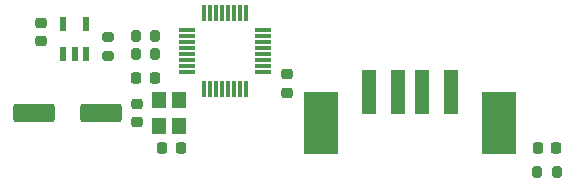
<source format=gtp>
G04 #@! TF.GenerationSoftware,KiCad,Pcbnew,7.0.7*
G04 #@! TF.CreationDate,2023-11-12T02:44:01+01:00*
G04 #@! TF.ProjectId,max3421e-rpi-uhat,6d617833-3432-4316-952d-7270692d7568,1*
G04 #@! TF.SameCoordinates,Original*
G04 #@! TF.FileFunction,Paste,Top*
G04 #@! TF.FilePolarity,Positive*
%FSLAX46Y46*%
G04 Gerber Fmt 4.6, Leading zero omitted, Abs format (unit mm)*
G04 Created by KiCad (PCBNEW 7.0.7) date 2023-11-12 02:44:01*
%MOMM*%
%LPD*%
G01*
G04 APERTURE LIST*
G04 Aperture macros list*
%AMRoundRect*
0 Rectangle with rounded corners*
0 $1 Rounding radius*
0 $2 $3 $4 $5 $6 $7 $8 $9 X,Y pos of 4 corners*
0 Add a 4 corners polygon primitive as box body*
4,1,4,$2,$3,$4,$5,$6,$7,$8,$9,$2,$3,0*
0 Add four circle primitives for the rounded corners*
1,1,$1+$1,$2,$3*
1,1,$1+$1,$4,$5*
1,1,$1+$1,$6,$7*
1,1,$1+$1,$8,$9*
0 Add four rect primitives between the rounded corners*
20,1,$1+$1,$2,$3,$4,$5,0*
20,1,$1+$1,$4,$5,$6,$7,0*
20,1,$1+$1,$6,$7,$8,$9,0*
20,1,$1+$1,$8,$9,$2,$3,0*%
G04 Aperture macros list end*
%ADD10RoundRect,0.225000X-0.250000X0.225000X-0.250000X-0.225000X0.250000X-0.225000X0.250000X0.225000X0*%
%ADD11RoundRect,0.200000X0.275000X-0.200000X0.275000X0.200000X-0.275000X0.200000X-0.275000X-0.200000X0*%
%ADD12R,1.200000X1.400000*%
%ADD13RoundRect,0.225000X0.225000X0.250000X-0.225000X0.250000X-0.225000X-0.250000X0.225000X-0.250000X0*%
%ADD14R,1.200000X3.800000*%
%ADD15R,3.000000X5.300000*%
%ADD16RoundRect,0.225000X0.250000X-0.225000X0.250000X0.225000X-0.250000X0.225000X-0.250000X-0.225000X0*%
%ADD17RoundRect,0.225000X-0.225000X-0.250000X0.225000X-0.250000X0.225000X0.250000X-0.225000X0.250000X0*%
%ADD18RoundRect,0.200000X0.200000X0.275000X-0.200000X0.275000X-0.200000X-0.275000X0.200000X-0.275000X0*%
%ADD19R,0.600000X1.200000*%
%ADD20RoundRect,0.200000X-0.200000X-0.275000X0.200000X-0.275000X0.200000X0.275000X-0.200000X0.275000X0*%
%ADD21R,1.475000X0.300000*%
%ADD22R,0.300000X1.475000*%
%ADD23RoundRect,0.250000X1.500000X0.550000X-1.500000X0.550000X-1.500000X-0.550000X1.500000X-0.550000X0*%
G04 APERTURE END LIST*
D10*
X76650000Y-53875000D03*
X76650000Y-55425000D03*
D11*
X82300000Y-56675000D03*
X82300000Y-55025000D03*
D12*
X88350000Y-62612000D03*
X88350000Y-60412000D03*
X86650000Y-60412000D03*
X86650000Y-62612000D03*
D10*
X97500000Y-58225000D03*
X97500000Y-59775000D03*
D13*
X120275000Y-64500000D03*
X118725000Y-64500000D03*
D14*
X104400000Y-59737500D03*
X106890000Y-59737500D03*
X108900000Y-59737500D03*
X111400000Y-59737500D03*
D15*
X100400000Y-62337500D03*
X115400000Y-62337500D03*
D16*
X84750000Y-62275000D03*
X84750000Y-60725000D03*
D17*
X86925000Y-64500000D03*
X88475000Y-64500000D03*
D18*
X86325000Y-55000000D03*
X84675000Y-55000000D03*
D19*
X78550000Y-56500000D03*
X79500000Y-56500000D03*
X80450000Y-56500000D03*
X80450000Y-54000000D03*
X78550000Y-54000000D03*
D20*
X118675000Y-66500000D03*
X120325000Y-66500000D03*
D13*
X86275000Y-58500000D03*
X84725000Y-58500000D03*
D21*
X95488000Y-58012000D03*
X95488000Y-57512000D03*
X95488000Y-57012000D03*
X95488000Y-56512000D03*
X95488000Y-56012000D03*
X95488000Y-55512000D03*
X95488000Y-55012000D03*
X95488000Y-54512000D03*
D22*
X94000000Y-53024000D03*
X93500000Y-53024000D03*
X93000000Y-53024000D03*
X92500000Y-53024000D03*
X92000000Y-53024000D03*
X91500000Y-53024000D03*
X91000000Y-53024000D03*
X90500000Y-53024000D03*
D21*
X89012000Y-54512000D03*
X89012000Y-55012000D03*
X89012000Y-55512000D03*
X89012000Y-56012000D03*
X89012000Y-56512000D03*
X89012000Y-57012000D03*
X89012000Y-57512000D03*
X89012000Y-58012000D03*
D22*
X90500000Y-59500000D03*
X91000000Y-59500000D03*
X91500000Y-59500000D03*
X92000000Y-59500000D03*
X92500000Y-59500000D03*
X93000000Y-59500000D03*
X93500000Y-59500000D03*
X94000000Y-59500000D03*
D18*
X86325000Y-56500000D03*
X84675000Y-56500000D03*
D23*
X81700000Y-61500000D03*
X76100000Y-61500000D03*
M02*

</source>
